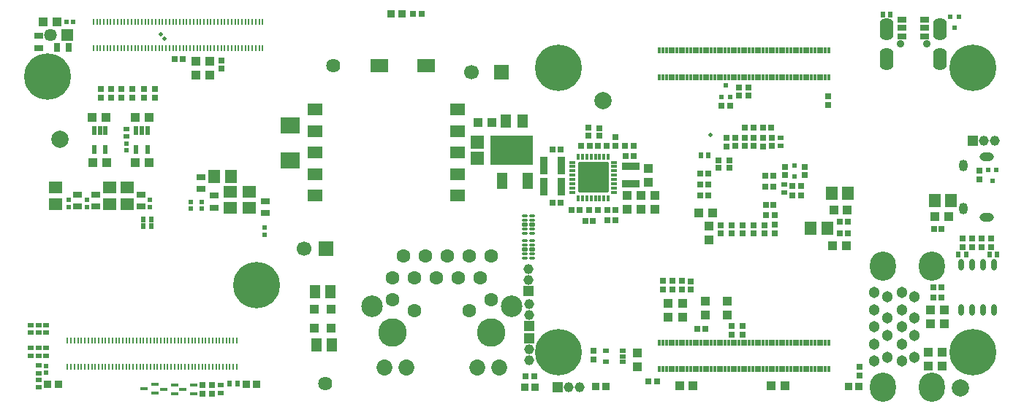
<source format=gbs>
G04*
G04 #@! TF.GenerationSoftware,Altium Limited,Altium Designer,22.10.1 (41)*
G04*
G04 Layer_Color=16711935*
%FSLAX44Y44*%
%MOMM*%
G71*
G04*
G04 #@! TF.SameCoordinates,928D53FB-E6BB-4B63-96BA-E5CEFA686ED6*
G04*
G04*
G04 #@! TF.FilePolarity,Negative*
G04*
G01*
G75*
%ADD93R,0.7516X0.6516*%
%ADD95R,1.1016X1.0016*%
%ADD96R,0.5516X0.6516*%
%ADD97R,1.1016X1.1016*%
%ADD101C,2.0000*%
%ADD102R,0.6516X0.5516*%
%ADD103R,0.6216X0.6216*%
%ADD104R,1.0016X1.1016*%
%ADD105R,0.6516X0.7516*%
%ADD106R,0.7216X0.7216*%
%ADD107R,0.7216X0.7216*%
%ADD108R,1.2516X1.9016*%
%ADD113R,1.2516X1.5516*%
%ADD117R,0.9016X0.9016*%
%ADD127R,1.1516X1.5016*%
%ADD135C,1.1516*%
%ADD136R,1.1516X1.1516*%
%ADD137O,3.0016X3.4016*%
%ADD138C,1.3016*%
%ADD139R,1.4696X1.4696*%
%ADD140C,1.4696*%
%ADD141C,1.6256*%
%ADD142C,5.4000*%
%ADD143C,1.8516*%
%ADD144C,1.7000*%
%ADD145C,2.5016*%
%ADD146C,0.5080*%
%ADD147O,1.6016X2.6516*%
%ADD148O,1.6516X1.0016*%
%ADD149O,1.0516X1.3516*%
%ADD150R,1.1516X1.1516*%
%ADD151C,0.9116*%
%ADD152R,1.7000X1.7000*%
%ADD153C,1.6016*%
%ADD154C,3.3016*%
%ADD155C,0.1016*%
%ADD156C,0.5076*%
%ADD157C,0.6080*%
%ADD228R,0.2816X0.8016*%
%ADD229R,0.8016X1.0016*%
%ADD230R,1.0016X0.8016*%
%ADD231R,0.5000X1.0000*%
%ADD232R,0.5016X0.6116*%
%ADD233R,1.6016X1.4016*%
%ADD234R,1.4016X1.6016*%
%ADD235R,0.8116X0.4016*%
%ADD236R,0.6216X0.6216*%
%ADD237R,0.9016X2.1016*%
%ADD238R,2.1016X0.9016*%
%ADD239R,0.7000X0.5200*%
%ADD240R,0.5016X0.5816*%
%ADD241R,0.3016X0.8016*%
%ADD242O,0.6516X1.3516*%
G04:AMPARAMS|DCode=243|XSize=0.54mm|YSize=0.705mm|CornerRadius=0.12mm|HoleSize=0mm|Usage=FLASHONLY|Rotation=270.000|XOffset=0mm|YOffset=0mm|HoleType=Round|Shape=RoundedRectangle|*
%AMROUNDEDRECTD243*
21,1,0.5400,0.4650,0,0,270.0*
21,1,0.3000,0.7050,0,0,270.0*
1,1,0.2400,-0.2325,-0.1500*
1,1,0.2400,-0.2325,0.1500*
1,1,0.2400,0.2325,0.1500*
1,1,0.2400,0.2325,-0.1500*
%
%ADD243ROUNDEDRECTD243*%
%ADD244R,1.1016X0.7016*%
%ADD245R,2.1016X1.6016*%
%ADD246R,1.6516X1.3716*%
G04:AMPARAMS|DCode=247|XSize=0.39mm|YSize=0.74mm|CornerRadius=0.1013mm|HoleSize=0mm|Usage=FLASHONLY|Rotation=90.000|XOffset=0mm|YOffset=0mm|HoleType=Round|Shape=RoundedRectangle|*
%AMROUNDEDRECTD247*
21,1,0.3900,0.5375,0,0,90.0*
21,1,0.1875,0.7400,0,0,90.0*
1,1,0.2025,0.2688,0.0938*
1,1,0.2025,0.2688,-0.0938*
1,1,0.2025,-0.2688,-0.0938*
1,1,0.2025,-0.2688,0.0938*
%
%ADD247ROUNDEDRECTD247*%
G04:AMPARAMS|DCode=248|XSize=0.39mm|YSize=0.74mm|CornerRadius=0.1013mm|HoleSize=0mm|Usage=FLASHONLY|Rotation=0.000|XOffset=0mm|YOffset=0mm|HoleType=Round|Shape=RoundedRectangle|*
%AMROUNDEDRECTD248*
21,1,0.3900,0.5375,0,0,0.0*
21,1,0.1875,0.7400,0,0,0.0*
1,1,0.2025,0.0938,-0.2688*
1,1,0.2025,-0.0938,-0.2688*
1,1,0.2025,-0.0938,0.2688*
1,1,0.2025,0.0938,0.2688*
%
%ADD248ROUNDEDRECTD248*%
G04:AMPARAMS|DCode=249|XSize=3.59mm|YSize=3.59mm|CornerRadius=0.1563mm|HoleSize=0mm|Usage=FLASHONLY|Rotation=90.000|XOffset=0mm|YOffset=0mm|HoleType=Round|Shape=RoundedRectangle|*
%AMROUNDEDRECTD249*
21,1,3.5900,3.2775,0,0,90.0*
21,1,3.2775,3.5900,0,0,90.0*
1,1,0.3125,1.6388,1.6388*
1,1,0.3125,1.6388,-1.6388*
1,1,0.3125,-1.6388,-1.6388*
1,1,0.3125,-1.6388,1.6388*
%
%ADD249ROUNDEDRECTD249*%
%ADD250R,2.2606X1.8796*%
%ADD251R,1.5016X1.4916*%
%ADD252R,4.9616X3.4616*%
G04:AMPARAMS|DCode=253|XSize=0.34mm|YSize=0.705mm|CornerRadius=0.12mm|HoleSize=0mm|Usage=FLASHONLY|Rotation=90.000|XOffset=0mm|YOffset=0mm|HoleType=Round|Shape=RoundedRectangle|*
%AMROUNDEDRECTD253*
21,1,0.3400,0.4650,0,0,90.0*
21,1,0.1000,0.7050,0,0,90.0*
1,1,0.2400,0.2325,0.0500*
1,1,0.2400,0.2325,-0.0500*
1,1,0.2400,-0.2325,-0.0500*
1,1,0.2400,-0.2325,0.0500*
%
%ADD253ROUNDEDRECTD253*%
D93*
X974250Y32606D02*
D03*
Y42606D02*
D03*
X95000Y365000D02*
D03*
Y355000D02*
D03*
X107000Y365000D02*
D03*
Y355000D02*
D03*
X158022Y365000D02*
D03*
Y355000D02*
D03*
X145000Y365000D02*
D03*
Y355000D02*
D03*
X119000Y365000D02*
D03*
Y355000D02*
D03*
X132000Y365000D02*
D03*
Y355000D02*
D03*
X213000Y21500D02*
D03*
Y11500D02*
D03*
X224000Y21500D02*
D03*
Y11500D02*
D03*
X834324Y357496D02*
D03*
X746300Y142600D02*
D03*
X862359Y308917D02*
D03*
X840740Y308958D02*
D03*
X872744D02*
D03*
X845500Y357496D02*
D03*
X778600Y142200D02*
D03*
X767950Y142350D02*
D03*
X757200Y142500D02*
D03*
X665416Y61120D02*
D03*
X851662Y308958D02*
D03*
X830072D02*
D03*
X819510Y308900D02*
D03*
X887700Y275100D02*
D03*
X746300Y132600D02*
D03*
X757200Y132500D02*
D03*
X1112774Y260684D02*
D03*
X937514Y346536D02*
D03*
X691642Y309292D02*
D03*
X235000Y388750D02*
D03*
Y398750D02*
D03*
X887700Y265100D02*
D03*
X691642Y299292D02*
D03*
X875538Y197946D02*
D03*
Y207946D02*
D03*
X819510Y298900D02*
D03*
X830072Y298958D02*
D03*
X851662D02*
D03*
X665416Y51120D02*
D03*
X937514Y356536D02*
D03*
X767950Y132350D02*
D03*
X778600Y132200D02*
D03*
X838300Y80352D02*
D03*
Y90352D02*
D03*
X825795D02*
D03*
Y80352D02*
D03*
X834324Y367496D02*
D03*
X845500D02*
D03*
X1112774Y270684D02*
D03*
X872744Y298958D02*
D03*
X1115000Y182000D02*
D03*
Y192000D02*
D03*
X1104000Y182000D02*
D03*
Y192000D02*
D03*
X1126000Y182000D02*
D03*
Y192000D02*
D03*
X1093000Y182000D02*
D03*
Y192000D02*
D03*
X840740Y298958D02*
D03*
X862359Y298917D02*
D03*
D95*
X799338Y190120D02*
D03*
X794990Y118616D02*
D03*
X821089D02*
D03*
X716900Y42750D02*
D03*
X704596Y241808D02*
D03*
X736550Y241581D02*
D03*
X729234Y257048D02*
D03*
X720614Y241625D02*
D03*
X752200Y100400D02*
D03*
X769250D02*
D03*
X716900Y58750D02*
D03*
X752200Y116400D02*
D03*
X769250D02*
D03*
X799338Y206120D02*
D03*
X704596Y225808D02*
D03*
X736550Y225581D02*
D03*
X729234Y273048D02*
D03*
X720614Y225625D02*
D03*
X221500Y381750D02*
D03*
X205500D02*
D03*
Y397750D02*
D03*
X221500D02*
D03*
X794990Y102616D02*
D03*
X821089D02*
D03*
D96*
X153500Y214000D02*
D03*
X144500D02*
D03*
Y206000D02*
D03*
X153500D02*
D03*
X1088500Y173000D02*
D03*
X1133500D02*
D03*
X789893Y288672D02*
D03*
X244500Y23000D02*
D03*
X798893Y288672D02*
D03*
X253500Y23000D02*
D03*
X1009700Y451900D02*
D03*
X1000700D02*
D03*
X1124500Y173000D02*
D03*
X1097500D02*
D03*
D97*
X361884Y109336D02*
D03*
Y87336D02*
D03*
X342072Y109336D02*
D03*
Y87336D02*
D03*
D101*
X47500Y306750D02*
D03*
X676500Y351750D02*
D03*
X1091000Y18000D02*
D03*
D102*
X32000Y55500D02*
D03*
Y64500D02*
D03*
X14000Y55500D02*
D03*
Y64500D02*
D03*
X22919Y55431D02*
D03*
Y64431D02*
D03*
X23000Y44500D02*
D03*
Y35500D02*
D03*
X32000Y82500D02*
D03*
Y91500D02*
D03*
X14000Y82500D02*
D03*
Y91500D02*
D03*
X23000Y82500D02*
D03*
Y91500D02*
D03*
X23225Y18757D02*
D03*
Y27757D02*
D03*
X233750Y21250D02*
D03*
Y12250D02*
D03*
X882639Y308582D02*
D03*
X886968Y245254D02*
D03*
X125000Y319000D02*
D03*
X886968Y254254D02*
D03*
X882639Y299582D02*
D03*
X125000Y310000D02*
D03*
D103*
X32000Y36000D02*
D03*
Y44000D02*
D03*
X58000Y236500D02*
D03*
Y228500D02*
D03*
X152000Y236500D02*
D03*
Y228500D02*
D03*
X79000Y236500D02*
D03*
Y228500D02*
D03*
X198900Y234166D02*
D03*
Y226166D02*
D03*
X284700Y196400D02*
D03*
Y204400D02*
D03*
X212000Y234166D02*
D03*
Y226166D02*
D03*
X125000Y294000D02*
D03*
Y302000D02*
D03*
D104*
X871250Y20500D02*
D03*
X887250D02*
D03*
X102000Y280000D02*
D03*
X86000D02*
D03*
X85000Y332000D02*
D03*
X101000D02*
D03*
X960000Y225000D02*
D03*
X944000D02*
D03*
X1061000Y217000D02*
D03*
X1077000D02*
D03*
X44000Y443000D02*
D03*
X28000D02*
D03*
X135000Y280000D02*
D03*
X788036Y221234D02*
D03*
X1056000Y109000D02*
D03*
X151000Y280000D02*
D03*
Y332000D02*
D03*
X765350Y20500D02*
D03*
X943000Y183000D02*
D03*
X804036Y221234D02*
D03*
X1069763Y59880D02*
D03*
X1069623Y43953D02*
D03*
X1056000Y93000D02*
D03*
X135000Y332000D02*
D03*
X781350Y20500D02*
D03*
X1072000Y93000D02*
D03*
X1053623Y43953D02*
D03*
X1053763Y59880D02*
D03*
X532192Y326752D02*
D03*
X548192D02*
D03*
X959000Y183000D02*
D03*
X1072000Y109000D02*
D03*
D105*
X681621Y212852D02*
D03*
X691621D02*
D03*
X729502Y26200D02*
D03*
X906526Y242062D02*
D03*
X865966Y219202D02*
D03*
X851074Y320294D02*
D03*
X712136Y299466D02*
D03*
X1059226Y135002D02*
D03*
X814084Y346240D02*
D03*
X466600Y452650D02*
D03*
X180336Y400398D02*
D03*
X190336D02*
D03*
X671140Y299399D02*
D03*
X681140D02*
D03*
X670646Y224859D02*
D03*
X660646D02*
D03*
X661501Y299789D02*
D03*
X651501D02*
D03*
X702136Y299466D02*
D03*
X841074Y320294D02*
D03*
X906192Y252984D02*
D03*
X896192D02*
D03*
X875966Y219202D02*
D03*
X896526Y242062D02*
D03*
X739502Y26200D02*
D03*
X824084Y346240D02*
D03*
X456600Y452650D02*
D03*
X596850Y31950D02*
D03*
X586850D02*
D03*
X1069226Y135002D02*
D03*
D106*
X823520Y282762D02*
D03*
X826262Y198120D02*
D03*
X838708D02*
D03*
X851408Y198192D02*
D03*
X810985Y282762D02*
D03*
X813562Y198120D02*
D03*
X851408Y207192D02*
D03*
X810985Y273762D02*
D03*
X813562Y207120D02*
D03*
X823520Y273762D02*
D03*
X826262Y207120D02*
D03*
X864108Y207192D02*
D03*
X838708Y207120D02*
D03*
X910439Y274764D02*
D03*
X660137Y320337D02*
D03*
X672838Y320083D02*
D03*
Y311083D02*
D03*
X660137Y311337D02*
D03*
X910439Y265764D02*
D03*
X864108Y198192D02*
D03*
D107*
X789576Y242062D02*
D03*
X789830Y267462D02*
D03*
X874006Y251762D02*
D03*
X873942Y264414D02*
D03*
X874450Y230886D02*
D03*
X789576Y254762D02*
D03*
X871584Y320294D02*
D03*
X1059750Y123300D02*
D03*
X656226Y212090D02*
D03*
X864942Y264414D02*
D03*
X795254Y86840D02*
D03*
X951500Y211000D02*
D03*
X1069000Y203000D02*
D03*
X951500Y198000D02*
D03*
X865450Y230886D02*
D03*
X798576Y254762D02*
D03*
Y242062D02*
D03*
X798830Y267462D02*
D03*
X865006Y251762D02*
D03*
X640572Y224859D02*
D03*
X690901Y224859D02*
D03*
X862584Y320294D02*
D03*
X665226Y212090D02*
D03*
X681901Y224859D02*
D03*
X618474Y295217D02*
D03*
X627473D02*
D03*
X649572Y224859D02*
D03*
X618727Y233495D02*
D03*
X627728D02*
D03*
X960500Y198000D02*
D03*
X1060000Y203000D02*
D03*
X960500Y211000D02*
D03*
X786254Y86840D02*
D03*
X712144Y287274D02*
D03*
X703144D02*
D03*
X1068750Y123300D02*
D03*
D108*
X559990Y259118D02*
D03*
X589990D02*
D03*
D113*
X344756Y67856D02*
D03*
X362756D02*
D03*
X343232Y129832D02*
D03*
X361232D02*
D03*
D117*
X973500Y20000D02*
D03*
X961000D02*
D03*
X585938Y19450D02*
D03*
X431150Y452750D02*
D03*
X598438Y19450D02*
D03*
X668120Y20000D02*
D03*
X680620D02*
D03*
X443650Y452750D02*
D03*
X263250Y22500D02*
D03*
X275750D02*
D03*
X33500Y22500D02*
D03*
X46000D02*
D03*
D127*
X583474Y328206D02*
D03*
X564474D02*
D03*
D135*
X649450Y19250D02*
D03*
X636750D02*
D03*
X1131062Y305308D02*
D03*
X590750Y156400D02*
D03*
X591000Y62800D02*
D03*
Y103200D02*
D03*
Y115900D02*
D03*
Y50100D02*
D03*
X590750Y143700D02*
D03*
X1118362Y305308D02*
D03*
D136*
X624050Y19250D02*
D03*
X1105662Y305308D02*
D03*
D137*
X1001048Y18742D02*
D03*
Y159642D02*
D03*
X1057848D02*
D03*
Y18742D02*
D03*
D138*
X1037848Y54192D02*
D03*
Y79192D02*
D03*
Y99192D02*
D03*
X1022848Y129192D02*
D03*
Y49192D02*
D03*
Y109192D02*
D03*
Y69192D02*
D03*
X1005848Y54192D02*
D03*
Y79192D02*
D03*
Y99192D02*
D03*
X990848Y129192D02*
D03*
Y49192D02*
D03*
Y109192D02*
D03*
Y69192D02*
D03*
Y89192D02*
D03*
X1005848Y124192D02*
D03*
X1022848Y89192D02*
D03*
X1037848Y124192D02*
D03*
D139*
X56500Y427750D02*
D03*
D140*
X36500D02*
D03*
D141*
X364124Y392875D02*
D03*
X354800Y23300D02*
D03*
D142*
X33600Y379700D02*
D03*
X275600Y137700D02*
D03*
X625312Y60082D02*
D03*
X1105312Y390082D02*
D03*
Y60082D02*
D03*
X625312Y390082D02*
D03*
D143*
X556454Y41788D02*
D03*
X449254D02*
D03*
X423854D02*
D03*
X531054D02*
D03*
D144*
X524216Y384594D02*
D03*
X330842Y179870D02*
D03*
D145*
X570799Y112888D02*
D03*
X409509D02*
D03*
D146*
X665466Y248037D02*
D03*
Y277537D02*
D03*
X650716Y262787D02*
D03*
X680216D02*
D03*
D147*
X1067509Y400392D02*
D03*
X1005509D02*
D03*
Y434492D02*
D03*
X1067509D02*
D03*
D148*
X1120981Y216471D02*
D03*
Y286471D02*
D03*
D149*
X1093981Y226471D02*
D03*
Y276471D02*
D03*
D150*
X591000Y90500D02*
D03*
Y75500D02*
D03*
X590750Y131000D02*
D03*
D151*
X1021509Y417692D02*
D03*
X1051509D02*
D03*
D152*
X355842Y179870D02*
D03*
X559216Y384594D02*
D03*
D153*
X534604Y145888D02*
D03*
X509204D02*
D03*
X483804D02*
D03*
X458404D02*
D03*
X433004D02*
D03*
X445704Y171288D02*
D03*
X471104D02*
D03*
X496504D02*
D03*
X521904D02*
D03*
X547304D02*
D03*
X433004Y120688D02*
D03*
X458404Y107988D02*
D03*
X521904D02*
D03*
X547304Y120688D02*
D03*
D154*
X433004Y82388D02*
D03*
X547304D02*
D03*
D155*
X1132021Y89231D02*
D03*
X15039Y285777D02*
D03*
D156*
X801107Y311859D02*
D03*
X169000Y424000D02*
D03*
X165000Y429000D02*
D03*
D157*
X33600Y358950D02*
D03*
Y400450D02*
D03*
X12850Y379700D02*
D03*
X54350D02*
D03*
X275600Y116950D02*
D03*
Y158450D02*
D03*
X254850Y137700D02*
D03*
X296350D02*
D03*
X625312Y39332D02*
D03*
Y80832D02*
D03*
X604562Y60082D02*
D03*
X646062D02*
D03*
X1105312Y369332D02*
D03*
Y410832D02*
D03*
X1084562Y390082D02*
D03*
X1126062D02*
D03*
X1105312Y80832D02*
D03*
Y39332D02*
D03*
X1126062Y60082D02*
D03*
X1084562D02*
D03*
X625312Y410832D02*
D03*
Y369332D02*
D03*
X646062Y390082D02*
D03*
X604562D02*
D03*
D228*
X208600Y73681D02*
D03*
X212600D02*
D03*
X86600Y412881D02*
D03*
X90600D02*
D03*
X94600D02*
D03*
X98600D02*
D03*
X102600D02*
D03*
X106600D02*
D03*
X110600D02*
D03*
X114600D02*
D03*
X118600D02*
D03*
X122600D02*
D03*
X126600D02*
D03*
X130600D02*
D03*
X134600D02*
D03*
X138600D02*
D03*
X142600D02*
D03*
X146600D02*
D03*
X150600D02*
D03*
X154600D02*
D03*
X158600D02*
D03*
X162600D02*
D03*
X166600D02*
D03*
X170600D02*
D03*
X174600D02*
D03*
X178600D02*
D03*
X182600D02*
D03*
X186600D02*
D03*
X190600D02*
D03*
X194600D02*
D03*
X198600D02*
D03*
X202600D02*
D03*
X206600D02*
D03*
X210600D02*
D03*
X214600D02*
D03*
X218600D02*
D03*
X222600D02*
D03*
X226600D02*
D03*
X230600D02*
D03*
X234600D02*
D03*
X238600D02*
D03*
X242600D02*
D03*
X246600D02*
D03*
X250600D02*
D03*
X254600D02*
D03*
X258600D02*
D03*
X262600D02*
D03*
X266600D02*
D03*
X270600D02*
D03*
X274600D02*
D03*
X278600D02*
D03*
X282600D02*
D03*
X86600Y443681D02*
D03*
X90600D02*
D03*
X94600D02*
D03*
X98600D02*
D03*
X102600D02*
D03*
X106600D02*
D03*
X110600D02*
D03*
X114600D02*
D03*
X118600D02*
D03*
X122600D02*
D03*
X126600D02*
D03*
X130600D02*
D03*
X134600D02*
D03*
X138600D02*
D03*
X142600D02*
D03*
X146600D02*
D03*
X150600D02*
D03*
X154600D02*
D03*
X158600D02*
D03*
X162600D02*
D03*
X166600D02*
D03*
X170600D02*
D03*
X174600D02*
D03*
X178600D02*
D03*
X182600D02*
D03*
X186600D02*
D03*
X190600D02*
D03*
X194600D02*
D03*
X198600D02*
D03*
X202600D02*
D03*
X206600D02*
D03*
X210600D02*
D03*
X214600D02*
D03*
X218600D02*
D03*
X222600D02*
D03*
X226600D02*
D03*
X230600D02*
D03*
X234600D02*
D03*
X238600D02*
D03*
X242600D02*
D03*
X246600D02*
D03*
X250600D02*
D03*
X254600D02*
D03*
X258600D02*
D03*
X262600D02*
D03*
X266600D02*
D03*
X270600D02*
D03*
X274600D02*
D03*
X278600D02*
D03*
X282600D02*
D03*
X56600Y42881D02*
D03*
X60600D02*
D03*
X64600D02*
D03*
X68600D02*
D03*
X72600D02*
D03*
X76600D02*
D03*
X80600D02*
D03*
X84600D02*
D03*
X88600D02*
D03*
X92600D02*
D03*
X96600D02*
D03*
X100600D02*
D03*
X104600D02*
D03*
X108600D02*
D03*
X112600D02*
D03*
X116600D02*
D03*
X120600D02*
D03*
X124600D02*
D03*
X128600D02*
D03*
X132600D02*
D03*
X136600D02*
D03*
X140600D02*
D03*
X144600D02*
D03*
X148600D02*
D03*
X152600D02*
D03*
X156600D02*
D03*
X160600D02*
D03*
X164600D02*
D03*
X168600D02*
D03*
X172600D02*
D03*
X176600D02*
D03*
X180600D02*
D03*
X184600D02*
D03*
X188600D02*
D03*
X192600D02*
D03*
X196600D02*
D03*
X200600D02*
D03*
X204600D02*
D03*
X208600D02*
D03*
X212600D02*
D03*
X216600D02*
D03*
X220600D02*
D03*
X224600D02*
D03*
X228600D02*
D03*
X232600D02*
D03*
X236600D02*
D03*
X240600D02*
D03*
X244600D02*
D03*
X248600D02*
D03*
X252600D02*
D03*
X56600Y73681D02*
D03*
X60600D02*
D03*
X64600D02*
D03*
X68600D02*
D03*
X72600D02*
D03*
X76600D02*
D03*
X80600D02*
D03*
X84600D02*
D03*
X88600D02*
D03*
X92600D02*
D03*
X96600D02*
D03*
X100600D02*
D03*
X104600D02*
D03*
X108600D02*
D03*
X112600D02*
D03*
X116600D02*
D03*
X120600D02*
D03*
X124600D02*
D03*
X128600D02*
D03*
X132600D02*
D03*
X136600D02*
D03*
X140600D02*
D03*
X144600D02*
D03*
X148600D02*
D03*
X152600D02*
D03*
X156600D02*
D03*
X160600D02*
D03*
X164600D02*
D03*
X168600D02*
D03*
X172600D02*
D03*
X176600D02*
D03*
X180600D02*
D03*
X184600D02*
D03*
X188600D02*
D03*
X192600D02*
D03*
X196600D02*
D03*
X200600D02*
D03*
X204600D02*
D03*
X216600D02*
D03*
X220600D02*
D03*
X224600D02*
D03*
X228600D02*
D03*
X232600D02*
D03*
X236600D02*
D03*
X240600D02*
D03*
X244600D02*
D03*
X248600D02*
D03*
X252600D02*
D03*
D229*
X44000Y414000D02*
D03*
X58000D02*
D03*
D230*
X23000Y427000D02*
D03*
Y413000D02*
D03*
X68000Y229000D02*
D03*
Y243000D02*
D03*
X142000Y229000D02*
D03*
Y243000D02*
D03*
X89000Y229000D02*
D03*
Y243000D02*
D03*
X211000Y249000D02*
D03*
Y263000D02*
D03*
X285400Y221400D02*
D03*
Y235400D02*
D03*
X226200Y227666D02*
D03*
Y241666D02*
D03*
D231*
X100500Y295000D02*
D03*
Y317000D02*
D03*
X87500D02*
D03*
X94000D02*
D03*
X87500Y295000D02*
D03*
X136000D02*
D03*
X142500Y317000D02*
D03*
X136000D02*
D03*
X149000Y295000D02*
D03*
Y317000D02*
D03*
D232*
X818830Y369250D02*
D03*
X813830Y356250D02*
D03*
X823830D02*
D03*
X1127760Y258422D02*
D03*
X1132760Y271422D02*
D03*
X1122760D02*
D03*
X1079000Y449500D02*
D03*
X1089000D02*
D03*
X1084000Y436500D02*
D03*
D233*
X266751Y227166D02*
D03*
Y246166D02*
D03*
X43000Y251000D02*
D03*
Y232000D02*
D03*
X126000D02*
D03*
Y251000D02*
D03*
X105000Y232000D02*
D03*
Y251000D02*
D03*
X245100Y246166D02*
D03*
Y227166D02*
D03*
D234*
X1061250Y235750D02*
D03*
X1080250D02*
D03*
X960500Y244000D02*
D03*
X941500D02*
D03*
X917500Y204000D02*
D03*
X245500Y264000D02*
D03*
X226500D02*
D03*
X936500Y204000D02*
D03*
D235*
X202600Y21500D02*
D03*
Y11500D02*
D03*
X190400Y16500D02*
D03*
X157462Y12332D02*
D03*
X180500Y11500D02*
D03*
Y21500D02*
D03*
X168300Y16500D02*
D03*
X157462Y22332D02*
D03*
X145262Y17332D02*
D03*
D236*
X63000Y443000D02*
D03*
X55000D02*
D03*
D237*
X608307Y252037D02*
D03*
Y276675D02*
D03*
X628307D02*
D03*
Y252037D02*
D03*
D238*
X709080Y255245D02*
D03*
Y275245D02*
D03*
D239*
X680300Y61350D02*
D03*
X699300Y48350D02*
D03*
Y54850D02*
D03*
Y61350D02*
D03*
X680300Y48350D02*
D03*
D240*
X898700Y276900D02*
D03*
Y263700D02*
D03*
D241*
X762310Y70886D02*
D03*
X766310D02*
D03*
X770310D02*
D03*
X774310D02*
D03*
X746310D02*
D03*
X794310D02*
D03*
X798310Y40086D02*
D03*
X810310Y70886D02*
D03*
Y40086D02*
D03*
X822310Y70886D02*
D03*
Y40086D02*
D03*
X834310D02*
D03*
X838310Y70886D02*
D03*
X854310Y40086D02*
D03*
X858310Y70886D02*
D03*
X874310Y40086D02*
D03*
X878310Y70886D02*
D03*
X894310Y40086D02*
D03*
X898310Y70886D02*
D03*
X914310D02*
D03*
Y40086D02*
D03*
X926310Y70886D02*
D03*
Y40086D02*
D03*
X938310Y70886D02*
D03*
Y40086D02*
D03*
X746312Y410082D02*
D03*
Y379282D02*
D03*
X758312Y410082D02*
D03*
Y379282D02*
D03*
X770312Y410082D02*
D03*
Y379282D02*
D03*
X782312Y410082D02*
D03*
Y379282D02*
D03*
X794312Y410082D02*
D03*
Y379282D02*
D03*
X806312Y410082D02*
D03*
Y379282D02*
D03*
X818312Y410082D02*
D03*
Y379282D02*
D03*
X830312Y410082D02*
D03*
Y379282D02*
D03*
X842312Y410082D02*
D03*
X854312D02*
D03*
X866312D02*
D03*
Y379282D02*
D03*
X878312Y410082D02*
D03*
Y379282D02*
D03*
X890312Y410082D02*
D03*
Y379282D02*
D03*
X902312Y410082D02*
D03*
Y379282D02*
D03*
X914312Y410082D02*
D03*
Y379282D02*
D03*
X926312Y410082D02*
D03*
Y379282D02*
D03*
X766310Y40086D02*
D03*
X770310D02*
D03*
X774310D02*
D03*
X778310D02*
D03*
X782310D02*
D03*
X786310D02*
D03*
X938312Y379282D02*
D03*
Y410082D02*
D03*
X934312Y379282D02*
D03*
Y410082D02*
D03*
X930312Y379282D02*
D03*
Y410082D02*
D03*
X922312Y379282D02*
D03*
Y410082D02*
D03*
X918312Y379282D02*
D03*
Y410082D02*
D03*
X910312Y379282D02*
D03*
Y410082D02*
D03*
X906312Y379282D02*
D03*
Y410082D02*
D03*
X898312Y379282D02*
D03*
Y410082D02*
D03*
X894312Y379282D02*
D03*
Y410082D02*
D03*
X886312Y379282D02*
D03*
Y410082D02*
D03*
X882312Y379282D02*
D03*
Y410082D02*
D03*
X874312Y379282D02*
D03*
Y410082D02*
D03*
X870312Y379282D02*
D03*
Y410082D02*
D03*
X862312Y379282D02*
D03*
Y410082D02*
D03*
X858312Y379282D02*
D03*
Y410082D02*
D03*
X854312Y379282D02*
D03*
X850312D02*
D03*
Y410082D02*
D03*
X846312Y379282D02*
D03*
Y410082D02*
D03*
X842312Y379282D02*
D03*
X838312D02*
D03*
Y410082D02*
D03*
X834312Y379282D02*
D03*
Y410082D02*
D03*
X826312Y379282D02*
D03*
Y410082D02*
D03*
X822312Y379282D02*
D03*
Y410082D02*
D03*
X814312Y379282D02*
D03*
Y410082D02*
D03*
X810312Y379282D02*
D03*
Y410082D02*
D03*
X802312Y379282D02*
D03*
Y410082D02*
D03*
X798312Y379282D02*
D03*
Y410082D02*
D03*
X790312Y379282D02*
D03*
Y410082D02*
D03*
X786312Y379282D02*
D03*
Y410082D02*
D03*
X778312Y379282D02*
D03*
Y410082D02*
D03*
X774312Y379282D02*
D03*
Y410082D02*
D03*
X766312Y379282D02*
D03*
Y410082D02*
D03*
X762312Y379282D02*
D03*
Y410082D02*
D03*
X754312Y379282D02*
D03*
Y410082D02*
D03*
X750312Y379282D02*
D03*
Y410082D02*
D03*
X742312Y379282D02*
D03*
Y410082D02*
D03*
X934310Y40086D02*
D03*
Y70886D02*
D03*
X930310Y40086D02*
D03*
Y70886D02*
D03*
X922310Y40086D02*
D03*
Y70886D02*
D03*
X918310Y40086D02*
D03*
Y70886D02*
D03*
X910310Y40086D02*
D03*
Y70886D02*
D03*
X906310Y40086D02*
D03*
Y70886D02*
D03*
X902310Y40086D02*
D03*
Y70886D02*
D03*
X898310Y40086D02*
D03*
X894310Y70886D02*
D03*
X890310Y40086D02*
D03*
Y70886D02*
D03*
X886310Y40086D02*
D03*
Y70886D02*
D03*
X882310Y40086D02*
D03*
Y70886D02*
D03*
X878310Y40086D02*
D03*
X874310Y70886D02*
D03*
X870310Y40086D02*
D03*
Y70886D02*
D03*
X866310Y40086D02*
D03*
Y70886D02*
D03*
X862310Y40086D02*
D03*
Y70886D02*
D03*
X858310Y40086D02*
D03*
X854310Y70886D02*
D03*
X850310Y40086D02*
D03*
Y70886D02*
D03*
X846310Y40086D02*
D03*
Y70886D02*
D03*
X842310Y40086D02*
D03*
Y70886D02*
D03*
X838310Y40086D02*
D03*
X834310Y70886D02*
D03*
X830310Y40086D02*
D03*
Y70886D02*
D03*
X826310Y40086D02*
D03*
Y70886D02*
D03*
X818310Y40086D02*
D03*
Y70886D02*
D03*
X814310Y40086D02*
D03*
Y70886D02*
D03*
X806310Y40086D02*
D03*
Y70886D02*
D03*
X802310Y40086D02*
D03*
Y70886D02*
D03*
X798310D02*
D03*
X794310Y40086D02*
D03*
X790310D02*
D03*
Y70886D02*
D03*
X786310D02*
D03*
X782310D02*
D03*
X778310D02*
D03*
X762310Y40086D02*
D03*
X758310D02*
D03*
Y70886D02*
D03*
X754310Y40086D02*
D03*
Y70886D02*
D03*
X750310Y40086D02*
D03*
Y70886D02*
D03*
X746310Y40086D02*
D03*
X742310D02*
D03*
Y70886D02*
D03*
D242*
X1117346Y108624D02*
D03*
X1104646D02*
D03*
X1130046D02*
D03*
X1091946D02*
D03*
X1130046Y161124D02*
D03*
X1117346D02*
D03*
X1104646D02*
D03*
X1091946D02*
D03*
D243*
X594770Y207890D02*
D03*
X586420D02*
D03*
X586165Y179272D02*
D03*
X594515D02*
D03*
D244*
X1049186Y436174D02*
D03*
X1023186Y445674D02*
D03*
Y436174D02*
D03*
Y426674D02*
D03*
X1049186Y445674D02*
D03*
Y426674D02*
D03*
D245*
X471912Y392282D02*
D03*
X417911D02*
D03*
D246*
X508588Y316592D02*
D03*
Y341592D02*
D03*
Y291592D02*
D03*
Y266592D02*
D03*
Y241592D02*
D03*
X343088Y341592D02*
D03*
Y316592D02*
D03*
Y291592D02*
D03*
Y266592D02*
D03*
Y241592D02*
D03*
D247*
X689466Y245287D02*
D03*
Y270287D02*
D03*
X641466D02*
D03*
Y255287D02*
D03*
X689466Y265287D02*
D03*
X641466D02*
D03*
Y260287D02*
D03*
Y245287D02*
D03*
Y250287D02*
D03*
Y275287D02*
D03*
Y280287D02*
D03*
X689466D02*
D03*
Y275287D02*
D03*
Y260287D02*
D03*
Y255287D02*
D03*
Y250287D02*
D03*
D248*
X667966Y286787D02*
D03*
X672966Y238787D02*
D03*
X677966D02*
D03*
X682966D02*
D03*
X662966D02*
D03*
X667966D02*
D03*
X657966D02*
D03*
X652966D02*
D03*
X647966D02*
D03*
Y286787D02*
D03*
X652966D02*
D03*
X657966D02*
D03*
X662966D02*
D03*
X672966D02*
D03*
X677966D02*
D03*
X682966D02*
D03*
D249*
X665466Y262787D02*
D03*
D250*
X314132Y323126D02*
D03*
Y282486D02*
D03*
D251*
X530936Y285294D02*
D03*
Y303694D02*
D03*
D252*
X570756Y294494D02*
D03*
D253*
X594515Y169272D02*
D03*
Y174272D02*
D03*
Y184272D02*
D03*
Y189272D02*
D03*
X586165D02*
D03*
Y184272D02*
D03*
Y174272D02*
D03*
Y169272D02*
D03*
X586420Y217890D02*
D03*
Y212890D02*
D03*
Y202890D02*
D03*
Y197890D02*
D03*
X594770D02*
D03*
Y202890D02*
D03*
Y212890D02*
D03*
Y217890D02*
D03*
M02*

</source>
